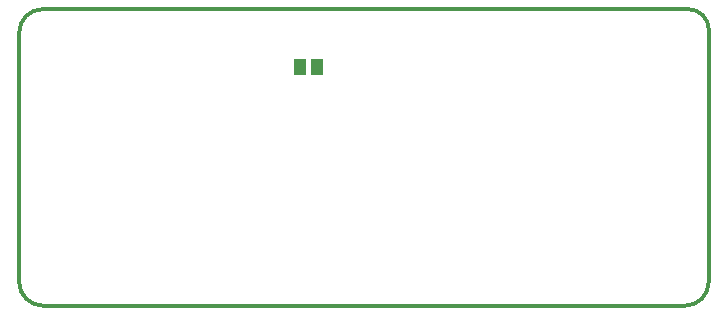
<source format=gtp>
G04*
G04 #@! TF.GenerationSoftware,Altium Limited,Altium Designer,20.0.10 (225)*
G04*
G04 Layer_Color=8421504*
%FSLAX25Y25*%
%MOIN*%
G70*
G01*
G75*
%ADD14C,0.01181*%
%ADD15R,0.04331X0.05315*%
D14*
X486500Y401126D02*
G03*
X494374Y409000I0J7874D01*
G01*
X494424Y493057D02*
G03*
X487481Y500000I-6943J0D01*
G01*
X272400Y499974D02*
G03*
X264526Y492100I0J-7874D01*
G01*
X264500Y409000D02*
G03*
X272374Y401126I7874J0D01*
G01*
X486500Y401100D01*
Y401126D01*
X494374Y409000D02*
X494400Y408900D01*
Y492100D01*
X494402Y493045D01*
X494424Y493057D01*
X272500Y500000D02*
X487481D01*
X272400Y499974D02*
X272500Y500000D01*
X264500Y492200D02*
X264526Y492100D01*
X264500Y409000D02*
Y492200D01*
D15*
X358146Y480800D02*
D03*
X363854D02*
D03*
M02*

</source>
